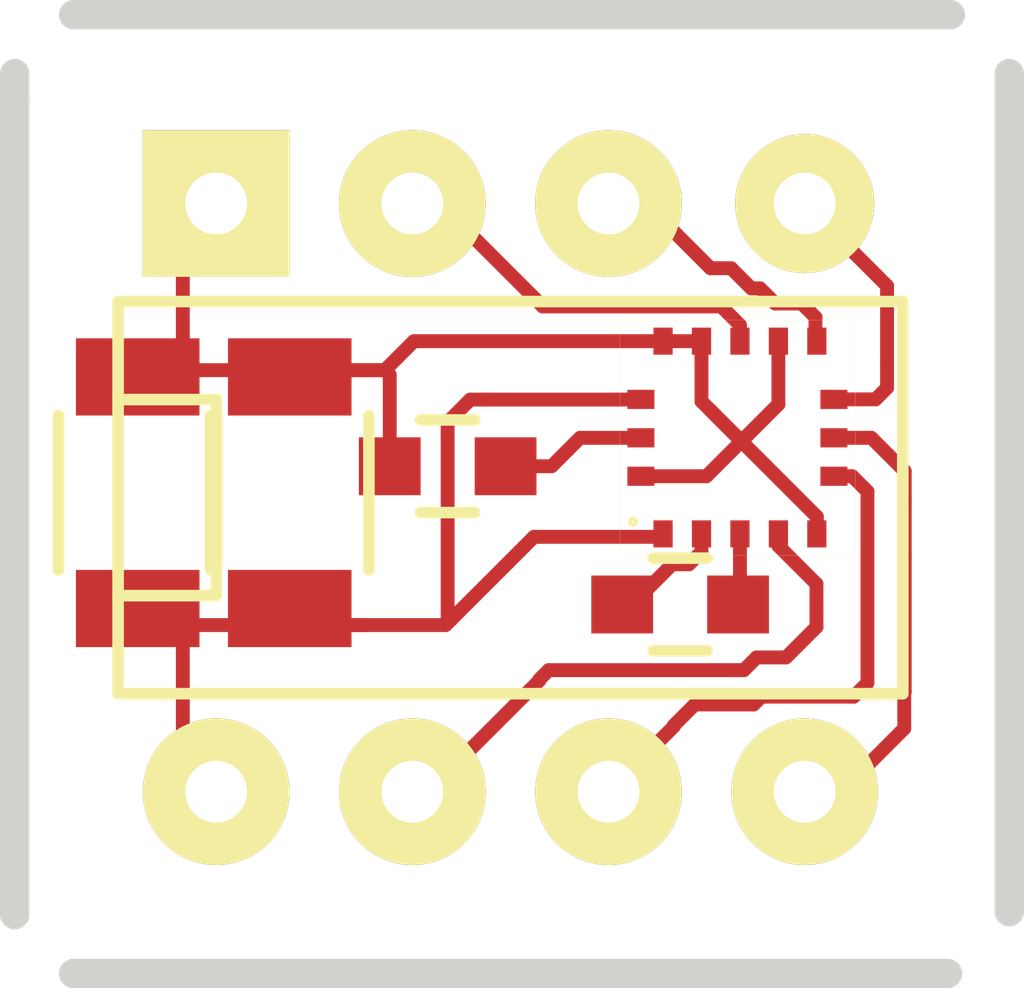
<source format=kicad_pcb>
(kicad_pcb (version 4) (host pcbnew "(2015-03-06 BZR 5484)-product")

  (general
    (links 21)
    (no_connects 0)
    (area 114.040919 61.2161 142.9258 79.6166)
    (thickness 1.6002)
    (drawings 6)
    (tracks 128)
    (zones 0)
    (modules 6)
    (nets 12)
  )

  (page A4)
  (title_block
    (date "24 feb 2011")
  )

  (layers
    (0 Dessus signal)
    (31 Dessous signal hide)
    (32 B.Adhes user)
    (33 F.Adhes user)
    (34 B.Paste user)
    (35 F.Paste user)
    (36 B.SilkS user)
    (37 F.SilkS user hide)
    (38 B.Mask user)
    (39 F.Mask user)
    (40 Dwgs.User user hide)
    (41 Cmts.User user)
    (42 Eco1.User user)
    (43 Eco2.User user)
    (44 Edge.Cuts user)
  )

  (setup
    (last_trace_width 0.18)
    (trace_clearance 0.0508)
    (zone_clearance 0.30734)
    (zone_45_only no)
    (trace_min 0.00508)
    (segment_width 0.381)
    (edge_width 0.381)
    (via_size 0.889)
    (via_drill 0.635)
    (via_min_size 0.889)
    (via_min_drill 0.508)
    (uvia_size 0.508)
    (uvia_drill 0.127)
    (uvias_allowed no)
    (uvia_min_size 0.508)
    (uvia_min_drill 0.127)
    (pcb_text_width 0.3048)
    (pcb_text_size 1.524 2.032)
    (mod_edge_width 0.00254)
    (mod_text_size 1.524 1.524)
    (mod_text_width 0.3048)
    (pad_size 1.8 1.8)
    (pad_drill 0.8)
    (pad_to_mask_clearance 0.254)
    (aux_axis_origin 0 0)
    (visible_elements FFFFFF7F)
    (pcbplotparams
      (layerselection 0x00000_00000001)
      (usegerberextensions false)
      (excludeedgelayer false)
      (linewidth 0.100000)
      (plotframeref false)
      (viasonmask false)
      (mode 1)
      (useauxorigin false)
      (hpglpennumber 1)
      (hpglpenspeed 20)
      (hpglpendiameter 15)
      (hpglpenoverlay 2)
      (psnegative false)
      (psa4output false)
      (plotreference true)
      (plotvalue true)
      (plotinvisibletext false)
      (padsonsilk false)
      (subtractmaskfromsilk false)
      (outputformat 2)
      (mirror true)
      (drillshape 2)
      (scaleselection 1)
      (outputdirectory ""))
  )

  (net 0 "")
  (net 1 GND)
  (net 2 VDD)
  (net 3 "Net-(C2-Pad1)")
  (net 4 "Net-(C2-Pad2)")
  (net 5 "Net-(P1-Pad2)")
  (net 6 "Net-(P1-Pad3)")
  (net 7 "Net-(P1-Pad4)")
  (net 8 "Net-(P1-Pad5)")
  (net 9 "Net-(P1-Pad6)")
  (net 10 "Net-(P1-Pad7)")
  (net 11 "Net-(C1-Pad2)")

  (net_class Default ""
    (clearance 0.0508)
    (trace_width 0.18)
    (via_dia 0.889)
    (via_drill 0.635)
    (uvia_dia 0.508)
    (uvia_drill 0.127)
    (add_net GND)
    (add_net "Net-(C1-Pad2)")
    (add_net "Net-(C2-Pad1)")
    (add_net "Net-(C2-Pad2)")
    (add_net "Net-(P1-Pad2)")
    (add_net "Net-(P1-Pad3)")
    (add_net "Net-(P1-Pad4)")
    (add_net "Net-(P1-Pad5)")
    (add_net "Net-(P1-Pad6)")
    (add_net "Net-(P1-Pad7)")
    (add_net VDD)
  )

  (module Sockets_DIP:DIP-8__300_ELL (layer Dessus) (tedit 55156FA4) (tstamp 55146730)
    (at 120.65 69.85)
    (descr "8 pins DIL package, elliptical pads")
    (tags DIL)
    (path /4D416855)
    (fp_text reference P1 (at 17.4879 0.0508 90) (layer F.SilkS)
      (effects (font (size 1 1) (thickness 0.15)))
    )
    (fp_text value DIL8 (at 14.5288 4.5974) (layer F.Fab)
      (effects (font (size 1 1) (thickness 0.15)))
    )
    (fp_line (start -5.08 -1.27) (end -3.81 -1.27) (layer F.SilkS) (width 0.15))
    (fp_line (start -3.81 -1.27) (end -3.81 1.27) (layer F.SilkS) (width 0.15))
    (fp_line (start -3.81 1.27) (end -5.08 1.27) (layer F.SilkS) (width 0.15))
    (fp_line (start -5.08 -2.54) (end 5.08 -2.54) (layer F.SilkS) (width 0.15))
    (fp_line (start 5.08 -2.54) (end 5.08 2.54) (layer F.SilkS) (width 0.15))
    (fp_line (start 5.08 2.54) (end -5.08 2.54) (layer F.SilkS) (width 0.15))
    (fp_line (start -5.08 2.54) (end -5.08 -2.54) (layer F.SilkS) (width 0.15))
    (pad 1 thru_hole circle (at -3.81 3.81) (size 1.9 1.9) (drill 0.8) (layers *.Cu *.Mask F.SilkS)
      (net 2 VDD))
    (pad 2 thru_hole circle (at -1.27 3.81) (size 1.9 1.9) (drill 0.8) (layers *.Cu *.Mask F.SilkS)
      (net 5 "Net-(P1-Pad2)"))
    (pad 3 thru_hole circle (at 1.27 3.81) (size 1.9 1.9) (drill 0.8) (layers *.Cu *.Mask F.SilkS)
      (net 6 "Net-(P1-Pad3)"))
    (pad 4 thru_hole circle (at 3.81 3.81) (size 1.9 1.9) (drill 0.8) (layers *.Cu *.Mask F.SilkS)
      (net 7 "Net-(P1-Pad4)"))
    (pad 5 thru_hole circle (at 3.81 -3.81) (size 1.8 1.8) (drill 0.8) (layers *.Cu *.Mask F.SilkS)
      (net 8 "Net-(P1-Pad5)"))
    (pad 6 thru_hole circle (at 1.27 -3.81) (size 1.9 1.9) (drill 0.8) (layers *.Cu *.Mask F.SilkS)
      (net 9 "Net-(P1-Pad6)"))
    (pad 7 thru_hole circle (at -1.27 -3.81) (size 1.9 1.9) (drill 0.8) (layers *.Cu *.Mask F.SilkS)
      (net 10 "Net-(P1-Pad7)"))
    (pad 8 thru_hole rect (at -3.81 -3.81) (size 1.9 1.9) (drill 0.8) (layers *.Cu *.Mask F.SilkS)
      (net 1 GND))
    (model Sockets_DIP.3dshapes/DIP-8__300_ELL.wrl
      (at (xyz 0 0 0))
      (scale (xyz 1 1 1))
      (rotate (xyz 0 0 0))
    )
  )

  (module Capacitors_SMD:C_0603 (layer Dessus) (tedit 55156F85) (tstamp 551469AF)
    (at 119.8372 69.4436)
    (descr "Capacitor SMD 0603, reflow soldering, AVX (see smccp.pdf)")
    (tags "capacitor 0603")
    (path /55146158)
    (attr smd)
    (fp_text reference C1 (at 11.3665 -2.8956) (layer Dwgs.User)
      (effects (font (size 1 1) (thickness 0.15)))
    )
    (fp_text value 4.7uF (at -0.0889 -7.2517) (layer F.Fab)
      (effects (font (size 1 1) (thickness 0.15)))
    )
    (fp_line (start -1.45 -0.75) (end 1.45 -0.75) (layer F.CrtYd) (width 0.05))
    (fp_line (start -1.45 0.75) (end 1.45 0.75) (layer F.CrtYd) (width 0.05))
    (fp_line (start -1.45 -0.75) (end -1.45 0.75) (layer F.CrtYd) (width 0.05))
    (fp_line (start 1.45 -0.75) (end 1.45 0.75) (layer F.CrtYd) (width 0.05))
    (fp_line (start -0.35 -0.6) (end 0.35 -0.6) (layer F.SilkS) (width 0.15))
    (fp_line (start 0.35 0.6) (end -0.35 0.6) (layer F.SilkS) (width 0.15))
    (pad 1 smd rect (at -0.75 0) (size 0.8 0.75) (layers Dessus F.Paste F.Mask)
      (net 1 GND))
    (pad 2 smd rect (at 0.75 0) (size 0.8 0.75) (layers Dessus F.Paste F.Mask)
      (net 11 "Net-(C1-Pad2)"))
    (model Capacitors_SMD.3dshapes/C_0603.wrl
      (at (xyz 0 0 0))
      (scale (xyz 1 1 1))
      (rotate (xyz 0 0 0))
    )
  )

  (module Capacitors_SMD:C_0603 (layer Dessus) (tedit 5515723D) (tstamp 55156FDB)
    (at 122.8471 71.2343)
    (descr "Capacitor SMD 0603, reflow soldering, AVX (see smccp.pdf)")
    (tags "capacitor 0603")
    (path /5514673A)
    (attr smd)
    (fp_text reference C2 (at 9.9568 -2.0828) (layer Dwgs.User)
      (effects (font (size 1 1) (thickness 0.15)))
    )
    (fp_text value 0.22uF (at 0.1016 6.4516) (layer F.Fab)
      (effects (font (size 1 1) (thickness 0.15)))
    )
    (fp_line (start -1.45 -0.75) (end 1.45 -0.75) (layer F.CrtYd) (width 0.05))
    (fp_line (start -1.45 0.75) (end 1.45 0.75) (layer F.CrtYd) (width 0.05))
    (fp_line (start -1.45 -0.75) (end -1.45 0.75) (layer F.CrtYd) (width 0.05))
    (fp_line (start 1.45 -0.75) (end 1.45 0.75) (layer F.CrtYd) (width 0.05))
    (fp_line (start -0.35 -0.6) (end 0.35 -0.6) (layer F.SilkS) (width 0.15))
    (fp_line (start 0.35 0.6) (end -0.35 0.6) (layer F.SilkS) (width 0.15))
    (pad 1 smd rect (at -0.75 0) (size 0.8 0.75) (layers Dessus F.Paste F.Mask)
      (net 3 "Net-(C2-Pad1)"))
    (pad 2 smd rect (at 0.75 0) (size 0.8 0.75) (layers Dessus F.Paste F.Mask)
      (net 4 "Net-(C2-Pad2)"))
    (model Capacitors_SMD.3dshapes/C_0603.wrl
      (at (xyz 0 0 0))
      (scale (xyz 1 1 1))
      (rotate (xyz 0 0 0))
    )
  )

  (module Capacitors_SMD:C_1206 (layer Dessus) (tedit 55156F57) (tstamp 55146DCD)
    (at 115.824 69.7865 270)
    (descr "Capacitor SMD 1206, reflow soldering, AVX (see smccp.pdf)")
    (tags "capacitor 1206")
    (path /4D416AF3)
    (attr smd)
    (fp_text reference C3 (at 1.7653 -15.0749 270) (layer F.SilkS)
      (effects (font (size 1 1) (thickness 0.15)))
    )
    (fp_text value 10uF (at 8.8138 -0.2667 270) (layer F.Fab)
      (effects (font (size 1 1) (thickness 0.15)))
    )
    (fp_line (start -2.3 -1.15) (end 2.3 -1.15) (layer F.CrtYd) (width 0.05))
    (fp_line (start -2.3 1.15) (end 2.3 1.15) (layer F.CrtYd) (width 0.05))
    (fp_line (start -2.3 -1.15) (end -2.3 1.15) (layer F.CrtYd) (width 0.05))
    (fp_line (start 2.3 -1.15) (end 2.3 1.15) (layer F.CrtYd) (width 0.05))
    (fp_line (start 1 -1.025) (end -1 -1.025) (layer F.SilkS) (width 0.15))
    (fp_line (start -1 1.025) (end 1 1.025) (layer F.SilkS) (width 0.15))
    (pad 1 smd rect (at -1.5 0 270) (size 1 1.6) (layers Dessus F.Paste F.Mask)
      (net 1 GND))
    (pad 2 smd rect (at 1.5 0 270) (size 1 1.6) (layers Dessus F.Paste F.Mask)
      (net 2 VDD))
    (model Capacitors_SMD.3dshapes/C_1206.wrl
      (at (xyz 0 0 0))
      (scale (xyz 1 1 1))
      (rotate (xyz 0 0 0))
    )
  )

  (module Capacitors_SMD:C_1206 (layer Dessus) (tedit 55156FA7) (tstamp 55146A0B)
    (at 117.7925 69.7865 270)
    (descr "Capacitor SMD 1206, reflow soldering, AVX (see smccp.pdf)")
    (tags "capacitor 1206")
    (path /4D416AFA)
    (attr smd)
    (fp_text reference C4 (at 8.128 -18.3388 270) (layer F.SilkS)
      (effects (font (size 1 1) (thickness 0.15)))
    )
    (fp_text value 100nF (at 9.0043 -0.3937 270) (layer F.Fab)
      (effects (font (size 1 1) (thickness 0.15)))
    )
    (fp_line (start -2.3 -1.15) (end 2.3 -1.15) (layer F.CrtYd) (width 0.05))
    (fp_line (start -2.3 1.15) (end 2.3 1.15) (layer F.CrtYd) (width 0.05))
    (fp_line (start -2.3 -1.15) (end -2.3 1.15) (layer F.CrtYd) (width 0.05))
    (fp_line (start 2.3 -1.15) (end 2.3 1.15) (layer F.CrtYd) (width 0.05))
    (fp_line (start 1 -1.025) (end -1 -1.025) (layer F.SilkS) (width 0.15))
    (fp_line (start -1 1.025) (end 1 1.025) (layer F.SilkS) (width 0.15))
    (pad 1 smd rect (at -1.5 0 270) (size 1 1.6) (layers Dessus F.Paste F.Mask)
      (net 1 GND))
    (pad 2 smd rect (at 1.5 0 270) (size 1 1.6) (layers Dessus F.Paste F.Mask)
      (net 2 VDD))
    (model Capacitors_SMD.3dshapes/C_1206.wrl
      (at (xyz 0 0 0))
      (scale (xyz 1 1 1))
      (rotate (xyz 0 0 0))
    )
  )

  (module LGA:LGA16 (layer Dessus) (tedit 55156F4A) (tstamp 55146D3B)
    (at 123.6218 69.0753 90)
    (path /55146681)
    (attr smd)
    (fp_text reference U1 (at 3.1877 18.2626 90) (layer F.SilkS)
      (effects (font (size 0.889 0.889) (thickness 0.2032)))
    )
    (fp_text value LSM303D (at 5.08 1.27 90) (layer F.SilkS) hide
      (effects (font (size 0.762 0.762) (thickness 0.127)))
    )
    (fp_line (start -1.52146 -1.55702) (end 1.52654 -1.55702) (layer F.SilkS) (width 0.00254))
    (fp_line (start 1.52654 -1.55702) (end 1.52654 1.49098) (layer F.SilkS) (width 0.00254))
    (fp_line (start 1.52654 1.49098) (end -1.52146 1.49098) (layer F.SilkS) (width 0.00254))
    (fp_line (start -1.52146 1.49098) (end -1.52146 -1.55702) (layer F.SilkS) (width 0.00254))
    (fp_circle (center -1.08712 -1.3843) (end -1.04902 -1.3716) (layer F.SilkS) (width 0.0508))
    (pad 1 smd rect (at -1.2446 -0.99568 90) (size 0.35052 0.24892) (layers Dessus F.Paste F.Mask)
      (net 2 VDD) (clearance 0.12446))
    (pad 2 smd rect (at -1.2446 -0.49784 90) (size 0.35052 0.24892) (layers Dessus F.Paste F.Mask)
      (net 3 "Net-(C2-Pad1)") (clearance 0.12446))
    (pad 3 smd rect (at -1.2446 0 90) (size 0.35052 0.24892) (layers Dessus F.Paste F.Mask)
      (net 4 "Net-(C2-Pad2)") (clearance 0.12446))
    (pad 4 smd rect (at -1.2446 0.49784 90) (size 0.35052 0.24892) (layers Dessus F.Paste F.Mask)
      (net 5 "Net-(P1-Pad2)") (clearance 0.12446))
    (pad 5 smd rect (at -1.2446 0.99568 90) (size 0.35052 0.24892) (layers Dessus F.Paste F.Mask)
      (net 1 GND) (clearance 0.12446))
    (pad 6 smd rect (at -0.49784 1.21666 90) (size 0.24892 0.35052) (layers Dessus F.Paste F.Mask)
      (net 6 "Net-(P1-Pad3)") (clearance 0.12446))
    (pad 7 smd rect (at 0 1.21666 90) (size 0.24892 0.35052) (layers Dessus F.Paste F.Mask)
      (net 7 "Net-(P1-Pad4)") (clearance 0.12446))
    (pad 8 smd rect (at 0.49784 1.21666 90) (size 0.24892 0.35052) (layers Dessus F.Paste F.Mask)
      (net 8 "Net-(P1-Pad5)") (clearance 0.12446))
    (pad 9 smd rect (at 1.25222 0.99568 90) (size 0.35052 0.24892) (layers Dessus F.Paste F.Mask)
      (net 9 "Net-(P1-Pad6)") (clearance 0.12446))
    (pad 10 smd rect (at 1.25222 0.49784 90) (size 0.35052 0.24892) (layers Dessus F.Paste F.Mask)
      (net 1 GND) (clearance 0.12446))
    (pad 11 smd rect (at 1.25222 0 90) (size 0.35052 0.24892) (layers Dessus F.Paste F.Mask)
      (net 10 "Net-(P1-Pad7)") (clearance 0.12446))
    (pad 12 smd rect (at 1.25222 -0.49784 90) (size 0.35052 0.24892) (layers Dessus F.Paste F.Mask)
      (net 1 GND) (clearance 0.12446))
    (pad 13 smd rect (at 1.25222 -0.99568 90) (size 0.35052 0.24892) (layers Dessus F.Paste F.Mask)
      (net 1 GND) (clearance 0.12446))
    (pad 16 smd rect (at -0.49784 -1.2827 90) (size 0.24892 0.35052) (layers Dessus F.Paste F.Mask)
      (net 1 GND) (clearance 0.12446))
    (pad 15 smd rect (at 0 -1.2827 90) (size 0.24892 0.35052) (layers Dessus F.Paste F.Mask)
      (net 11 "Net-(C1-Pad2)") (clearance 0.12446))
    (pad 14 smd rect (at 0.49784 -1.2827 90) (size 0.24892 0.35052) (layers Dessus F.Paste F.Mask)
      (net 2 VDD) (clearance 0.12446))
    (model smd/cms_so14.wrl
      (at (xyz 0 0 0))
      (scale (xyz 0.25 0.35 0.25))
      (rotate (xyz 0 0 0))
    )
  )

  (gr_line (start 127.10922 64.35598) (end 127.10922 64.47028) (angle 90) (layer Edge.Cuts) (width 0.381))
  (gr_line (start 114.99342 63.59398) (end 126.34722 63.59398) (angle 90) (layer Edge.Cuts) (width 0.381))
  (gr_line (start 114.23142 64.69888) (end 114.23142 64.35598) (angle 90) (layer Edge.Cuts) (width 0.381))
  (gr_line (start 114.23142 75.25258) (end 114.23142 64.69888) (angle 90) (layer Edge.Cuts) (width 0.381))
  (gr_line (start 126.30912 76.01458) (end 114.99342 76.01458) (angle 90) (layer Edge.Cuts) (width 0.381))
  (gr_line (start 127.10922 64.47028) (end 127.10922 75.21448) (angle 90) (layer Edge.Cuts) (width 0.381))

  (segment (start 116.4082 68.199) (end 116.4082 66.4718) (width 0.18) (layer Dessus) (net 1) (status C20))
  (segment (start 116.4082 68.199) (end 119.0244 68.199) (width 0.18) (layer Dessus) (net 1) (status C00))
  (segment (start 116.4082 66.4718) (end 116.84 66.04) (width 0.18) (layer Dessus) (net 1) (status C30))
  (segment (start 122.62612 67.82308) (end 123.12396 67.82308) (width 0.18) (layer Dessus) (net 1) (status 30))
  (segment (start 117.88 68.199) (end 117.7925 68.2865) (width 0.18) (layer Dessus) (net 1) (tstamp 55146FA8))
  (segment (start 119.0244 68.199) (end 117.88 68.199) (width 0.18) (layer Dessus) (net 1))
  (segment (start 119.0872 68.2618) (end 119.0244 68.199) (width 0.18) (layer Dessus) (net 1) (tstamp 551470F4))
  (segment (start 119.0872 69.4436) (end 119.0872 68.2618) (width 0.18) (layer Dessus) (net 1))
  (segment (start 119.18442 68.03898) (end 119.0244 68.199) (width 0.18) (layer Dessus) (net 1) (tstamp 55147744))
  (segment (start 123.7742 68.9864) (end 124.11964 68.64096) (width 0.18) (layer Dessus) (net 1) (tstamp 551477FF))
  (segment (start 124.11964 68.64096) (end 124.11964 67.82308) (width 0.18) (layer Dessus) (net 1) (tstamp 551477ED))
  (segment (start 123.18746 69.57314) (end 123.5456 69.215) (width 0.18) (layer Dessus) (net 1) (tstamp 551477EC))
  (segment (start 122.3391 69.57314) (end 123.18746 69.57314) (width 0.18) (layer Dessus) (net 1))
  (segment (start 123.12396 68.60286) (end 123.2408 68.7197) (width 0.18) (layer Dessus) (net 1) (tstamp 551477F5))
  (segment (start 123.12396 67.82308) (end 123.12396 68.60286) (width 0.18) (layer Dessus) (net 1))
  (segment (start 123.7742 68.9864) (end 123.5456 69.215) (width 0.18) (layer Dessus) (net 1))
  (segment (start 124.61748 70.09638) (end 124.61748 70.3199) (width 0.18) (layer Dessus) (net 1) (tstamp 551477F7))
  (segment (start 123.62815 69.10705) (end 124.61748 70.09638) (width 0.18) (layer Dessus) (net 1) (tstamp 551477FC))
  (segment (start 123.64085 69.11975) (end 123.62815 69.10705) (width 0.18) (layer Dessus) (net 1) (tstamp 5514780D))
  (segment (start 123.2408 68.7197) (end 123.4313 68.9102) (width 0.18) (layer Dessus) (net 1) (tstamp 55147818))
  (segment (start 123.4313 68.9102) (end 123.64085 69.11975) (width 0.18) (layer Dessus) (net 1))
  (segment (start 123.64085 69.11975) (end 123.2408 68.7197) (width 0.18) (layer Dessus) (net 1) (tstamp 55147815))
  (segment (start 124.11964 68.64096) (end 123.64085 69.11975) (width 0.18) (layer Dessus) (net 1))
  (segment (start 119.40032 67.82308) (end 119.18442 68.03898) (width 0.18) (layer Dessus) (net 1) (tstamp 55147827))
  (segment (start 122.62612 67.82308) (end 119.40032 67.82308) (width 0.18) (layer Dessus) (net 1))
  (segment (start 116.4082 71.501) (end 116.4082 73.2282) (width 0.18) (layer Dessus) (net 2) (status C20))
  (segment (start 116.4082 73.2282) (end 116.84 73.66) (width 0.18) (layer Dessus) (net 2) (status C30))
  (segment (start 122.62612 70.3199) (end 122.62612 70.40118) (width 0.18) (layer Dessus) (net 2) (status 30))
  (segment (start 116.4082 71.501) (end 118.7704 71.501) (width 0.18) (layer Dessus) (net 2) (status C00))
  (segment (start 118.007 71.501) (end 117.7925 71.2865) (width 0.18) (layer Dessus) (net 2) (tstamp 55146FA5))
  (segment (start 118.7704 71.501) (end 118.007 71.501) (width 0.18) (layer Dessus) (net 2))
  (segment (start 120.777 70.5358) (end 119.888 71.4248) (width 0.18) (layer Dessus) (net 2) (tstamp 55147081))
  (segment (start 119.8118 71.501) (end 119.888 71.4248) (width 0.18) (layer Dessus) (net 2) (tstamp 551475F3))
  (segment (start 118.7704 71.501) (end 119.8118 71.501) (width 0.18) (layer Dessus) (net 2))
  (segment (start 119.8372 69.088) (end 119.8372 68.8721) (width 0.18) (layer Dessus) (net 2))
  (segment (start 119.8372 70.1167) (end 119.8372 69.088) (width 0.18) (layer Dessus) (net 2) (tstamp 55147635))
  (segment (start 122.04954 68.58) (end 122.3391 68.57746) (width 0.18) (layer Dessus) (net 2) (tstamp 55147613) (status 20))
  (segment (start 120.269 68.58) (end 122.04954 68.58) (width 0.18) (layer Dessus) (net 2) (tstamp 55147612))
  (segment (start 120.1293 68.58) (end 120.269 68.58) (width 0.18) (layer Dessus) (net 2) (tstamp 55147646))
  (segment (start 119.8372 68.8721) (end 120.1293 68.58) (width 0.18) (layer Dessus) (net 2) (tstamp 55147645))
  (segment (start 119.8372 70.1167) (end 119.8372 71.4248) (width 0.18) (layer Dessus) (net 2))
  (segment (start 122.58802 70.358) (end 122.62612 70.3199) (width 0.18) (layer Dessus) (net 2) (tstamp 55147850))
  (segment (start 120.9548 70.358) (end 122.58802 70.358) (width 0.18) (layer Dessus) (net 2) (tstamp 5514784E))
  (segment (start 120.777 70.5358) (end 120.9548 70.358) (width 0.18) (layer Dessus) (net 2))
  (segment (start 122.0971 70.9683) (end 122.0971 71.2343) (width 0.18) (layer Dessus) (net 3) (tstamp 551473AE) (status 30))
  (segment (start 122.0971 71.0699) (end 122.0971 71.2343) (width 0.18) (layer Dessus) (net 3) (tstamp 551473F3) (status 30))
  (segment (start 122.0971 71.0191) (end 122.0971 71.2343) (width 0.18) (layer Dessus) (net 3) (tstamp 551478DD) (status 30))
  (segment (start 122.7455 70.7136) (end 122.9614 70.7136) (width 0.18) (layer Dessus) (net 3) (tstamp 55147996))
  (segment (start 122.9614 70.7136) (end 123.12396 70.55104) (width 0.18) (layer Dessus) (net 3) (tstamp 55147997))
  (segment (start 123.12396 70.55104) (end 123.12396 70.3199) (width 0.18) (layer Dessus) (net 3) (tstamp 55147998))
  (segment (start 122.2248 71.2343) (end 122.7455 70.7136) (width 0.18) (layer Dessus) (net 3) (tstamp 55147995))
  (segment (start 122.0971 71.2343) (end 122.2248 71.2343) (width 0.18) (layer Dessus) (net 3))
  (segment (start 123.8123 71.0191) (end 123.5971 71.2343) (width 0.18) (layer Dessus) (net 4) (tstamp 551473BB) (status 30))
  (segment (start 123.5583 71.1955) (end 123.5971 71.2343) (width 0.18) (layer Dessus) (net 4) (tstamp 551473F6) (status 30))
  (segment (start 123.6218 71.2096) (end 123.5971 71.2343) (width 0.18) (layer Dessus) (net 4) (tstamp 55147875) (status 30))
  (segment (start 123.6218 71.2096) (end 123.5971 71.2343) (width 0.18) (layer Dessus) (net 4) (tstamp 551478D7) (status 30))
  (segment (start 123.6218 71.2096) (end 123.5971 71.2343) (width 0.18) (layer Dessus) (net 4) (tstamp 55147992))
  (segment (start 123.6218 70.3199) (end 123.6218 71.2096) (width 0.18) (layer Dessus) (net 4))
  (segment (start 119.5832 73.66) (end 119.38 73.66) (width 0.18) (layer Dessus) (net 5) (status 430))
  (segment (start 120.8278 72.4154) (end 119.5832 73.66) (width 0.18) (layer Dessus) (net 5) (tstamp 55147376) (status 20))
  (segment (start 124.11964 70.3199) (end 124.11964 70.47484) (width 0.18) (layer Dessus) (net 5))
  (segment (start 123.4821 72.0852) (end 123.5964 72.0852) (width 0.18) (layer Dessus) (net 5) (tstamp 55147894))
  (segment (start 124.11964 70.47484) (end 124.6124 70.9676) (width 0.18) (layer Dessus) (net 5) (tstamp 55147887))
  (segment (start 124.6124 70.9676) (end 124.6124 71.2724) (width 0.18) (layer Dessus) (net 5) (tstamp 5514788C))
  (segment (start 124.6124 71.2724) (end 124.6124 71.374) (width 0.18) (layer Dessus) (net 5) (tstamp 551475B8))
  (segment (start 124.6124 71.5264) (end 124.6124 71.374) (width 0.18) (layer Dessus) (net 5) (tstamp 551479A0))
  (segment (start 120.8278 72.4154) (end 121.02465 72.21855) (width 0.18) (layer Dessus) (net 5))
  (segment (start 121.02465 72.20585) (end 121.1453 72.0852) (width 0.18) (layer Dessus) (net 5) (tstamp 551478E2))
  (segment (start 121.1453 72.0852) (end 123.4821 72.0852) (width 0.18) (layer Dessus) (net 5) (tstamp 551478E3))
  (segment (start 121.02465 72.21855) (end 121.02465 72.20585) (width 0.18) (layer Dessus) (net 5))
  (segment (start 124.2187 71.9201) (end 124.6124 71.5264) (width 0.18) (layer Dessus) (net 5) (tstamp 551479C3))
  (segment (start 123.6726 72.0852) (end 123.8377 71.9201) (width 0.18) (layer Dessus) (net 5) (tstamp 551479BF))
  (segment (start 123.8377 71.9201) (end 124.2187 71.9201) (width 0.18) (layer Dessus) (net 5) (tstamp 551479C0))
  (segment (start 123.5964 72.0852) (end 123.6726 72.0852) (width 0.18) (layer Dessus) (net 5))
  (segment (start 121.92 73.2282) (end 121.92 73.66) (width 0.18) (layer Dessus) (net 6) (status 430))
  (segment (start 124.83846 69.57314) (end 124.98324 69.57314) (width 0.18) (layer Dessus) (net 6) (status 30))
  (segment (start 125.095 72.4281) (end 125.2728 72.2503) (width 0.18) (layer Dessus) (net 6) (tstamp 551479B8))
  (segment (start 123.0376 72.5297) (end 123.7996 72.5297) (width 0.18) (layer Dessus) (net 6))
  (segment (start 122.76455 72.81545) (end 121.92 73.66) (width 0.18) (layer Dessus) (net 6) (tstamp 5514700B))
  (segment (start 125.2728 70.1548) (end 125.2728 71.4756) (width 0.18) (layer Dessus) (net 6) (tstamp 551471AE))
  (segment (start 125.2728 71.7804) (end 125.2728 71.4756) (width 0.18) (layer Dessus) (net 6) (tstamp 55147246))
  (segment (start 125.075936 69.57314) (end 125.2728 69.770004) (width 0.18) (layer Dessus) (net 6) (tstamp 5514783D))
  (segment (start 125.2728 69.770004) (end 125.2728 70.1548) (width 0.18) (layer Dessus) (net 6) (tstamp 5514783E))
  (segment (start 124.83846 69.57314) (end 125.075936 69.57314) (width 0.18) (layer Dessus) (net 6))
  (segment (start 125.2728 72.2503) (end 125.2728 71.7804) (width 0.18) (layer Dessus) (net 6) (tstamp 551478F1))
  (segment (start 122.76455 72.80275) (end 123.0376 72.5297) (width 0.18) (layer Dessus) (net 6) (tstamp 551479A4))
  (segment (start 122.76455 72.81545) (end 122.76455 72.80275) (width 0.18) (layer Dessus) (net 6))
  (segment (start 123.9012 72.4281) (end 125.0442 72.4281) (width 0.18) (layer Dessus) (net 6) (tstamp 551479AE))
  (segment (start 123.7996 72.5297) (end 123.9012 72.4281) (width 0.18) (layer Dessus) (net 6) (tstamp 551479AD))
  (segment (start 125.0442 72.4281) (end 125.095 72.4281) (width 0.18) (layer Dessus) (net 6))
  (segment (start 125.7554 70.5866) (end 125.7554 72.3646) (width 0.18) (layer Dessus) (net 7))
  (segment (start 125.7554 72.3646) (end 125.74905 72.37095) (width 0.18) (layer Dessus) (net 7) (status 420))
  (segment (start 125.7554 69.9262) (end 125.7554 70.5866) (width 0.18) (layer Dessus) (net 7) (tstamp 55146EE6))
  (segment (start 125.3236 69.0753) (end 125.7554 69.5071) (width 0.18) (layer Dessus) (net 7) (tstamp 55147839))
  (segment (start 125.7554 69.5071) (end 125.7554 69.9262) (width 0.18) (layer Dessus) (net 7) (tstamp 5514783A))
  (segment (start 124.83846 69.0753) (end 125.3236 69.0753) (width 0.18) (layer Dessus) (net 7))
  (segment (start 124.9299 73.66) (end 124.46 73.66) (width 0.18) (layer Dessus) (net 7) (tstamp 551478AB))
  (segment (start 125.74905 72.84085) (end 124.9299 73.66) (width 0.18) (layer Dessus) (net 7) (tstamp 551478AA))
  (segment (start 125.74905 72.37095) (end 125.74905 72.84085) (width 0.18) (layer Dessus) (net 7))
  (segment (start 124.83846 68.57746) (end 124.89434 68.56476) (width 0.18) (layer Dessus) (net 8) (status 30))
  (segment (start 125.5268 68.072) (end 125.5268 67.1068) (width 0.18) (layer Dessus) (net 8) (tstamp 55146EE3))
  (segment (start 125.5268 67.1068) (end 124.46 66.04) (width 0.18) (layer Dessus) (net 8) (status 420))
  (segment (start 125.5268 68.4276) (end 125.5268 68.072) (width 0.18) (layer Dessus) (net 8) (tstamp 55147420))
  (segment (start 125.37694 68.57746) (end 125.5268 68.4276) (width 0.18) (layer Dessus) (net 8) (tstamp 5514782A))
  (segment (start 124.83846 68.57746) (end 125.37694 68.57746) (width 0.18) (layer Dessus) (net 8))
  (segment (start 124.5997 67.8053) (end 124.61748 67.82308) (width 0.18) (layer Dessus) (net 9) (tstamp 551477D8))
  (segment (start 122.4026 66.04) (end 123.2408 66.8782) (width 0.18) (layer Dessus) (net 9) (tstamp 55147ABC))
  (segment (start 121.92 66.04) (end 122.4026 66.04) (width 0.18) (layer Dessus) (net 9))
  (segment (start 123.5075 66.8782) (end 123.76785 67.13855) (width 0.18) (layer Dessus) (net 9) (tstamp 55147ACA))
  (segment (start 123.2408 66.8782) (end 123.5075 66.8782) (width 0.18) (layer Dessus) (net 9))
  (segment (start 123.88215 67.13855) (end 124.079 67.3354) (width 0.18) (layer Dessus) (net 9) (tstamp 55147B4A))
  (segment (start 124.079 67.3354) (end 124.4219 67.3354) (width 0.18) (layer Dessus) (net 9) (tstamp 55147B4B))
  (segment (start 124.4219 67.3354) (end 124.4346 67.3481) (width 0.18) (layer Dessus) (net 9) (tstamp 55147B4C))
  (segment (start 124.4346 67.3481) (end 124.5997 67.5132) (width 0.18) (layer Dessus) (net 9) (tstamp 551477D6))
  (segment (start 124.5997 67.5132) (end 124.5997 67.8053) (width 0.18) (layer Dessus) (net 9) (tstamp 551477D7))
  (segment (start 123.76785 67.13855) (end 123.88215 67.13855) (width 0.18) (layer Dessus) (net 9))
  (segment (start 119.7356 66.04) (end 119.38 66.04) (width 0.18) (layer Dessus) (net 10) (status 430))
  (segment (start 123.6091 67.81038) (end 123.6218 67.82308) (width 0.18) (layer Dessus) (net 10) (tstamp 55146ED2) (status 30))
  (segment (start 119.7356 66.04) (end 121.0691 67.3735) (width 0.18) (layer Dessus) (net 10) (tstamp 55146ECB) (status 20))
  (segment (start 121.0691 67.3481) (end 121.0691 67.3735) (width 0.18) (layer Dessus) (net 10) (tstamp 5514781E))
  (segment (start 121.0691 67.3735) (end 121.0691 67.3481) (width 0.18) (layer Dessus) (net 10) (tstamp 5514781C))
  (segment (start 123.6218 67.6148) (end 123.3805 67.3735) (width 0.18) (layer Dessus) (net 10) (tstamp 5514781A))
  (segment (start 123.3805 67.3735) (end 121.0691 67.3735) (width 0.18) (layer Dessus) (net 10) (tstamp 5514781B))
  (segment (start 123.6218 67.82308) (end 123.6218 67.6148) (width 0.18) (layer Dessus) (net 10))
  (segment (start 120.7523 69.2785) (end 120.5872 69.4436) (width 0.18) (layer Dessus) (net 11) (tstamp 551470ED))
  (segment (start 121.1834 69.4436) (end 121.5517 69.0753) (width 0.18) (layer Dessus) (net 11) (tstamp 55147847))
  (segment (start 121.5517 69.0753) (end 122.3391 69.0753) (width 0.18) (layer Dessus) (net 11) (tstamp 55147848))
  (segment (start 120.5872 69.4436) (end 121.1834 69.4436) (width 0.18) (layer Dessus) (net 11))

)

</source>
